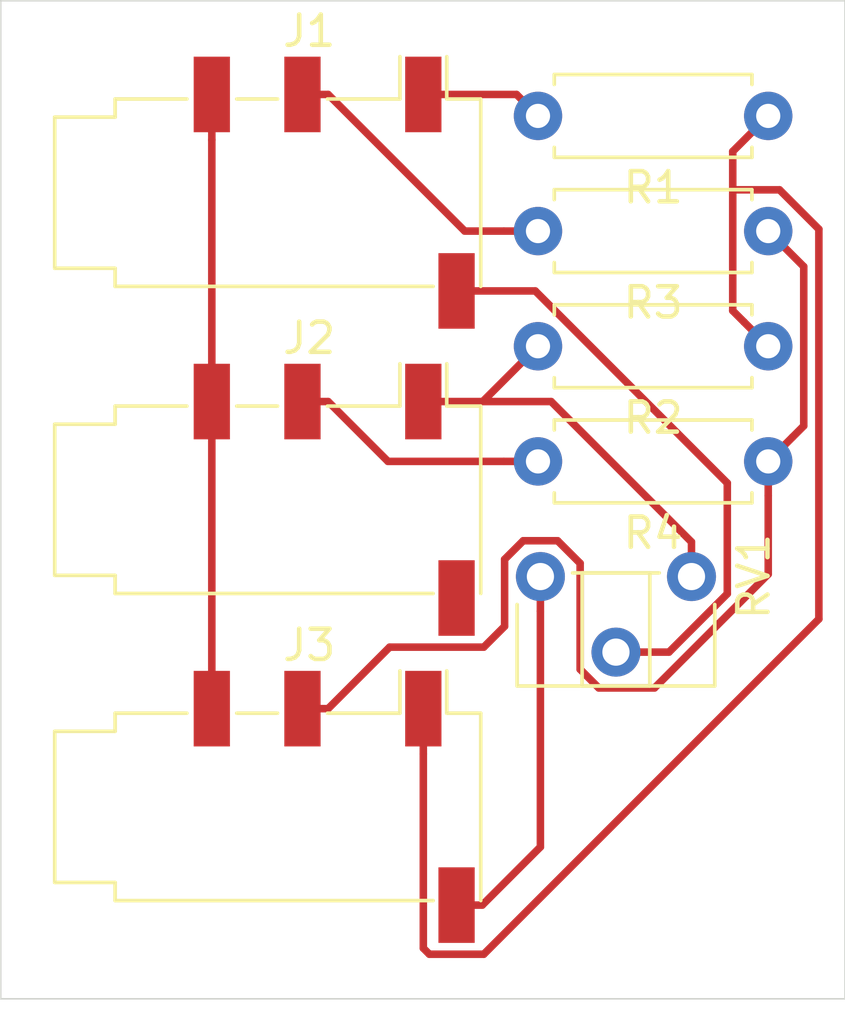
<source format=kicad_pcb>
(kicad_pcb (version 20171130) (host pcbnew 5.1.5)

  (general
    (thickness 1.6)
    (drawings 4)
    (tracks 58)
    (zones 0)
    (modules 8)
    (nets 11)
  )

  (page A4)
  (title_block
    (title AudioCombiner)
    (date 2019-12-08)
    (rev 1)
  )

  (layers
    (0 F.Cu signal)
    (31 B.Cu signal)
    (32 B.Adhes user)
    (33 F.Adhes user)
    (34 B.Paste user)
    (35 F.Paste user)
    (36 B.SilkS user)
    (37 F.SilkS user)
    (38 B.Mask user)
    (39 F.Mask user)
    (40 Dwgs.User user)
    (41 Cmts.User user)
    (42 Eco1.User user)
    (43 Eco2.User user)
    (44 Edge.Cuts user)
    (45 Margin user)
    (46 B.CrtYd user)
    (47 F.CrtYd user)
    (48 B.Fab user)
    (49 F.Fab user)
  )

  (setup
    (last_trace_width 0.25)
    (trace_clearance 0.25)
    (zone_clearance 0.508)
    (zone_45_only no)
    (trace_min 0.25)
    (via_size 0.8)
    (via_drill 0.4)
    (via_min_size 0.4)
    (via_min_drill 0.3)
    (uvia_size 0.3)
    (uvia_drill 0.1)
    (uvias_allowed no)
    (uvia_min_size 0.2)
    (uvia_min_drill 0.1)
    (edge_width 0.05)
    (segment_width 0.2)
    (pcb_text_width 0.3)
    (pcb_text_size 1.5 1.5)
    (mod_edge_width 0.12)
    (mod_text_size 1 1)
    (mod_text_width 0.15)
    (pad_size 1.524 1.524)
    (pad_drill 0.762)
    (pad_to_mask_clearance 0.051)
    (solder_mask_min_width 0.25)
    (aux_axis_origin 0 0)
    (visible_elements FFFFFF7F)
    (pcbplotparams
      (layerselection 0x010fc_ffffffff)
      (usegerberextensions false)
      (usegerberattributes false)
      (usegerberadvancedattributes false)
      (creategerberjobfile false)
      (excludeedgelayer true)
      (linewidth 0.100000)
      (plotframeref false)
      (viasonmask false)
      (mode 1)
      (useauxorigin false)
      (hpglpennumber 1)
      (hpglpenspeed 20)
      (hpglpendiameter 15.000000)
      (psnegative false)
      (psa4output false)
      (plotreference true)
      (plotvalue true)
      (plotinvisibletext false)
      (padsonsilk false)
      (subtractmaskfromsilk false)
      (outputformat 1)
      (mirror false)
      (drillshape 0)
      (scaleselection 1)
      (outputdirectory "plots/"))
  )

  (net 0 "")
  (net 1 "Net-(J1-PadR2)")
  (net 2 "Net-(J1-PadR1)")
  (net 3 "Net-(J1-PadT)")
  (net 4 "Net-(J1-PadS)")
  (net 5 "Net-(J2-PadR1)")
  (net 6 "Net-(J2-PadT)")
  (net 7 "Net-(J2-PadS)")
  (net 8 "Net-(J3-PadR1)")
  (net 9 "Net-(J3-PadT)")
  (net 10 "Net-(J3-PadS)")

  (net_class Default "This is the default net class."
    (clearance 0.25)
    (trace_width 0.25)
    (via_dia 0.8)
    (via_drill 0.4)
    (uvia_dia 0.3)
    (uvia_drill 0.1)
    (diff_pair_width 0.25)
    (diff_pair_gap 0.25)
    (add_net "Net-(J1-PadR1)")
    (add_net "Net-(J1-PadR2)")
    (add_net "Net-(J1-PadS)")
    (add_net "Net-(J1-PadT)")
    (add_net "Net-(J2-PadR1)")
    (add_net "Net-(J2-PadS)")
    (add_net "Net-(J2-PadT)")
    (add_net "Net-(J3-PadR1)")
    (add_net "Net-(J3-PadS)")
    (add_net "Net-(J3-PadT)")
  )

  (module Potentiometer_THT:Potentiometer_ACP_CA6-H2,5_Horizontal (layer F.Cu) (tedit 5A3D4994) (tstamp 5DEDC051)
    (at 35.56 31.75 270)
    (descr "Potentiometer, horizontal, ACP CA6-H2,5, http://www.acptechnologies.com/wp-content/uploads/2017/06/01-ACP-CA6.pdf")
    (tags "Potentiometer horizontal ACP CA6-H2,5")
    (path /5DEE28A5)
    (fp_text reference RV1 (at 0 -2.06 90) (layer F.SilkS)
      (effects (font (size 1 1) (thickness 0.15)))
    )
    (fp_text value Ratio (at 0 7.06 90) (layer F.Fab)
      (effects (font (size 1 1) (thickness 0.15)))
    )
    (fp_text user %R (at 1.75 2.5 90) (layer F.Fab)
      (effects (font (size 0.78 0.78) (thickness 0.15)))
    )
    (fp_line (start 3.75 -1.1) (end -1.1 -1.1) (layer F.CrtYd) (width 0.05))
    (fp_line (start 3.75 6.1) (end 3.75 -1.1) (layer F.CrtYd) (width 0.05))
    (fp_line (start -1.1 6.1) (end 3.75 6.1) (layer F.CrtYd) (width 0.05))
    (fp_line (start -1.1 -1.1) (end -1.1 6.1) (layer F.CrtYd) (width 0.05))
    (fp_line (start 3.62 1.38) (end 3.62 3.62) (layer F.SilkS) (width 0.12))
    (fp_line (start -0.121 1.38) (end -0.121 3.62) (layer F.SilkS) (width 0.12))
    (fp_line (start -0.121 3.62) (end 3.62 3.62) (layer F.SilkS) (width 0.12))
    (fp_line (start -0.121 1.38) (end 3.62 1.38) (layer F.SilkS) (width 0.12))
    (fp_line (start -0.121 1.066) (end -0.121 3.935) (layer F.SilkS) (width 0.12))
    (fp_line (start 3.62 -0.77) (end 3.62 5.77) (layer F.SilkS) (width 0.12))
    (fp_line (start 0.925 5.77) (end 3.62 5.77) (layer F.SilkS) (width 0.12))
    (fp_line (start 0.925 -0.77) (end 3.62 -0.77) (layer F.SilkS) (width 0.12))
    (fp_line (start 3.5 1.5) (end 0 1.5) (layer F.Fab) (width 0.1))
    (fp_line (start 3.5 3.5) (end 3.5 1.5) (layer F.Fab) (width 0.1))
    (fp_line (start 0 3.5) (end 3.5 3.5) (layer F.Fab) (width 0.1))
    (fp_line (start 0 1.5) (end 0 3.5) (layer F.Fab) (width 0.1))
    (fp_line (start 0 -0.65) (end 3.5 -0.65) (layer F.Fab) (width 0.1))
    (fp_line (start 0 5.65) (end 0 -0.65) (layer F.Fab) (width 0.1))
    (fp_line (start 3.5 5.65) (end 0 5.65) (layer F.Fab) (width 0.1))
    (fp_line (start 3.5 -0.65) (end 3.5 5.65) (layer F.Fab) (width 0.1))
    (pad 1 thru_hole circle (at 0 0 270) (size 1.62 1.62) (drill 0.9) (layers *.Cu *.Mask)
      (net 6 "Net-(J2-PadT)"))
    (pad 2 thru_hole circle (at 2.5 2.5 270) (size 1.62 1.62) (drill 0.9) (layers *.Cu *.Mask)
      (net 4 "Net-(J1-PadS)"))
    (pad 3 thru_hole circle (at 0 5 270) (size 1.62 1.62) (drill 0.9) (layers *.Cu *.Mask)
      (net 10 "Net-(J3-PadS)"))
    (model ${KISYS3DMOD}/Potentiometer_THT.3dshapes/Potentiometer_ACP_CA6-H2,5_Horizontal.wrl
      (at (xyz 0 0 0))
      (scale (xyz 1 1 1))
      (rotate (xyz 0 0 0))
    )
  )

  (module Resistor_THT:R_Axial_DIN0207_L6.3mm_D2.5mm_P7.62mm_Horizontal (layer F.Cu) (tedit 5AE5139B) (tstamp 5DEDC035)
    (at 38.1 27.94 180)
    (descr "Resistor, Axial_DIN0207 series, Axial, Horizontal, pin pitch=7.62mm, 0.25W = 1/4W, length*diameter=6.3*2.5mm^2, http://cdn-reichelt.de/documents/datenblatt/B400/1_4W%23YAG.pdf")
    (tags "Resistor Axial_DIN0207 series Axial Horizontal pin pitch 7.62mm 0.25W = 1/4W length 6.3mm diameter 2.5mm")
    (path /5DEE80A2)
    (fp_text reference R4 (at 3.81 -2.37) (layer F.SilkS)
      (effects (font (size 1 1) (thickness 0.15)))
    )
    (fp_text value 1k (at 3.81 2.37) (layer F.Fab)
      (effects (font (size 1 1) (thickness 0.15)))
    )
    (fp_line (start 0.66 -1.25) (end 0.66 1.25) (layer F.Fab) (width 0.1))
    (fp_line (start 0.66 1.25) (end 6.96 1.25) (layer F.Fab) (width 0.1))
    (fp_line (start 6.96 1.25) (end 6.96 -1.25) (layer F.Fab) (width 0.1))
    (fp_line (start 6.96 -1.25) (end 0.66 -1.25) (layer F.Fab) (width 0.1))
    (fp_line (start 0 0) (end 0.66 0) (layer F.Fab) (width 0.1))
    (fp_line (start 7.62 0) (end 6.96 0) (layer F.Fab) (width 0.1))
    (fp_line (start 0.54 -1.04) (end 0.54 -1.37) (layer F.SilkS) (width 0.12))
    (fp_line (start 0.54 -1.37) (end 7.08 -1.37) (layer F.SilkS) (width 0.12))
    (fp_line (start 7.08 -1.37) (end 7.08 -1.04) (layer F.SilkS) (width 0.12))
    (fp_line (start 0.54 1.04) (end 0.54 1.37) (layer F.SilkS) (width 0.12))
    (fp_line (start 0.54 1.37) (end 7.08 1.37) (layer F.SilkS) (width 0.12))
    (fp_line (start 7.08 1.37) (end 7.08 1.04) (layer F.SilkS) (width 0.12))
    (fp_line (start -1.05 -1.5) (end -1.05 1.5) (layer F.CrtYd) (width 0.05))
    (fp_line (start -1.05 1.5) (end 8.67 1.5) (layer F.CrtYd) (width 0.05))
    (fp_line (start 8.67 1.5) (end 8.67 -1.5) (layer F.CrtYd) (width 0.05))
    (fp_line (start 8.67 -1.5) (end -1.05 -1.5) (layer F.CrtYd) (width 0.05))
    (fp_text user %R (at 3.81 0) (layer F.Fab)
      (effects (font (size 1 1) (thickness 0.15)))
    )
    (pad 1 thru_hole circle (at 0 0 180) (size 1.6 1.6) (drill 0.8) (layers *.Cu *.Mask)
      (net 8 "Net-(J3-PadR1)"))
    (pad 2 thru_hole oval (at 7.62 0 180) (size 1.6 1.6) (drill 0.8) (layers *.Cu *.Mask)
      (net 5 "Net-(J2-PadR1)"))
    (model ${KISYS3DMOD}/Resistor_THT.3dshapes/R_Axial_DIN0207_L6.3mm_D2.5mm_P7.62mm_Horizontal.wrl
      (at (xyz 0 0 0))
      (scale (xyz 1 1 1))
      (rotate (xyz 0 0 0))
    )
  )

  (module Resistor_THT:R_Axial_DIN0207_L6.3mm_D2.5mm_P7.62mm_Horizontal (layer F.Cu) (tedit 5AE5139B) (tstamp 5DEDC01E)
    (at 38.1 20.32 180)
    (descr "Resistor, Axial_DIN0207 series, Axial, Horizontal, pin pitch=7.62mm, 0.25W = 1/4W, length*diameter=6.3*2.5mm^2, http://cdn-reichelt.de/documents/datenblatt/B400/1_4W%23YAG.pdf")
    (tags "Resistor Axial_DIN0207 series Axial Horizontal pin pitch 7.62mm 0.25W = 1/4W length 6.3mm diameter 2.5mm")
    (path /5DEE7F01)
    (fp_text reference R3 (at 3.81 -2.37) (layer F.SilkS)
      (effects (font (size 1 1) (thickness 0.15)))
    )
    (fp_text value 1k (at 3.81 2.37) (layer F.Fab)
      (effects (font (size 1 1) (thickness 0.15)))
    )
    (fp_line (start 0.66 -1.25) (end 0.66 1.25) (layer F.Fab) (width 0.1))
    (fp_line (start 0.66 1.25) (end 6.96 1.25) (layer F.Fab) (width 0.1))
    (fp_line (start 6.96 1.25) (end 6.96 -1.25) (layer F.Fab) (width 0.1))
    (fp_line (start 6.96 -1.25) (end 0.66 -1.25) (layer F.Fab) (width 0.1))
    (fp_line (start 0 0) (end 0.66 0) (layer F.Fab) (width 0.1))
    (fp_line (start 7.62 0) (end 6.96 0) (layer F.Fab) (width 0.1))
    (fp_line (start 0.54 -1.04) (end 0.54 -1.37) (layer F.SilkS) (width 0.12))
    (fp_line (start 0.54 -1.37) (end 7.08 -1.37) (layer F.SilkS) (width 0.12))
    (fp_line (start 7.08 -1.37) (end 7.08 -1.04) (layer F.SilkS) (width 0.12))
    (fp_line (start 0.54 1.04) (end 0.54 1.37) (layer F.SilkS) (width 0.12))
    (fp_line (start 0.54 1.37) (end 7.08 1.37) (layer F.SilkS) (width 0.12))
    (fp_line (start 7.08 1.37) (end 7.08 1.04) (layer F.SilkS) (width 0.12))
    (fp_line (start -1.05 -1.5) (end -1.05 1.5) (layer F.CrtYd) (width 0.05))
    (fp_line (start -1.05 1.5) (end 8.67 1.5) (layer F.CrtYd) (width 0.05))
    (fp_line (start 8.67 1.5) (end 8.67 -1.5) (layer F.CrtYd) (width 0.05))
    (fp_line (start 8.67 -1.5) (end -1.05 -1.5) (layer F.CrtYd) (width 0.05))
    (fp_text user %R (at 3.81 0) (layer F.Fab)
      (effects (font (size 1 1) (thickness 0.15)))
    )
    (pad 1 thru_hole circle (at 0 0 180) (size 1.6 1.6) (drill 0.8) (layers *.Cu *.Mask)
      (net 8 "Net-(J3-PadR1)"))
    (pad 2 thru_hole oval (at 7.62 0 180) (size 1.6 1.6) (drill 0.8) (layers *.Cu *.Mask)
      (net 2 "Net-(J1-PadR1)"))
    (model ${KISYS3DMOD}/Resistor_THT.3dshapes/R_Axial_DIN0207_L6.3mm_D2.5mm_P7.62mm_Horizontal.wrl
      (at (xyz 0 0 0))
      (scale (xyz 1 1 1))
      (rotate (xyz 0 0 0))
    )
  )

  (module Resistor_THT:R_Axial_DIN0207_L6.3mm_D2.5mm_P7.62mm_Horizontal (layer F.Cu) (tedit 5AE5139B) (tstamp 5DEDC007)
    (at 38.1 24.13 180)
    (descr "Resistor, Axial_DIN0207 series, Axial, Horizontal, pin pitch=7.62mm, 0.25W = 1/4W, length*diameter=6.3*2.5mm^2, http://cdn-reichelt.de/documents/datenblatt/B400/1_4W%23YAG.pdf")
    (tags "Resistor Axial_DIN0207 series Axial Horizontal pin pitch 7.62mm 0.25W = 1/4W length 6.3mm diameter 2.5mm")
    (path /5DEE7D75)
    (fp_text reference R2 (at 3.81 -2.37) (layer F.SilkS)
      (effects (font (size 1 1) (thickness 0.15)))
    )
    (fp_text value 1k (at 3.81 2.37) (layer F.Fab)
      (effects (font (size 1 1) (thickness 0.15)))
    )
    (fp_line (start 0.66 -1.25) (end 0.66 1.25) (layer F.Fab) (width 0.1))
    (fp_line (start 0.66 1.25) (end 6.96 1.25) (layer F.Fab) (width 0.1))
    (fp_line (start 6.96 1.25) (end 6.96 -1.25) (layer F.Fab) (width 0.1))
    (fp_line (start 6.96 -1.25) (end 0.66 -1.25) (layer F.Fab) (width 0.1))
    (fp_line (start 0 0) (end 0.66 0) (layer F.Fab) (width 0.1))
    (fp_line (start 7.62 0) (end 6.96 0) (layer F.Fab) (width 0.1))
    (fp_line (start 0.54 -1.04) (end 0.54 -1.37) (layer F.SilkS) (width 0.12))
    (fp_line (start 0.54 -1.37) (end 7.08 -1.37) (layer F.SilkS) (width 0.12))
    (fp_line (start 7.08 -1.37) (end 7.08 -1.04) (layer F.SilkS) (width 0.12))
    (fp_line (start 0.54 1.04) (end 0.54 1.37) (layer F.SilkS) (width 0.12))
    (fp_line (start 0.54 1.37) (end 7.08 1.37) (layer F.SilkS) (width 0.12))
    (fp_line (start 7.08 1.37) (end 7.08 1.04) (layer F.SilkS) (width 0.12))
    (fp_line (start -1.05 -1.5) (end -1.05 1.5) (layer F.CrtYd) (width 0.05))
    (fp_line (start -1.05 1.5) (end 8.67 1.5) (layer F.CrtYd) (width 0.05))
    (fp_line (start 8.67 1.5) (end 8.67 -1.5) (layer F.CrtYd) (width 0.05))
    (fp_line (start 8.67 -1.5) (end -1.05 -1.5) (layer F.CrtYd) (width 0.05))
    (fp_text user %R (at 3.81 0) (layer F.Fab)
      (effects (font (size 1 1) (thickness 0.15)))
    )
    (pad 1 thru_hole circle (at 0 0 180) (size 1.6 1.6) (drill 0.8) (layers *.Cu *.Mask)
      (net 9 "Net-(J3-PadT)"))
    (pad 2 thru_hole oval (at 7.62 0 180) (size 1.6 1.6) (drill 0.8) (layers *.Cu *.Mask)
      (net 6 "Net-(J2-PadT)"))
    (model ${KISYS3DMOD}/Resistor_THT.3dshapes/R_Axial_DIN0207_L6.3mm_D2.5mm_P7.62mm_Horizontal.wrl
      (at (xyz 0 0 0))
      (scale (xyz 1 1 1))
      (rotate (xyz 0 0 0))
    )
  )

  (module Resistor_THT:R_Axial_DIN0207_L6.3mm_D2.5mm_P7.62mm_Horizontal (layer F.Cu) (tedit 5AE5139B) (tstamp 5DEDBFF0)
    (at 38.1 16.51 180)
    (descr "Resistor, Axial_DIN0207 series, Axial, Horizontal, pin pitch=7.62mm, 0.25W = 1/4W, length*diameter=6.3*2.5mm^2, http://cdn-reichelt.de/documents/datenblatt/B400/1_4W%23YAG.pdf")
    (tags "Resistor Axial_DIN0207 series Axial Horizontal pin pitch 7.62mm 0.25W = 1/4W length 6.3mm diameter 2.5mm")
    (path /5DEE23D9)
    (fp_text reference R1 (at 3.81 -2.37) (layer F.SilkS)
      (effects (font (size 1 1) (thickness 0.15)))
    )
    (fp_text value 1k (at 3.81 2.37) (layer F.Fab)
      (effects (font (size 1 1) (thickness 0.15)))
    )
    (fp_line (start 0.66 -1.25) (end 0.66 1.25) (layer F.Fab) (width 0.1))
    (fp_line (start 0.66 1.25) (end 6.96 1.25) (layer F.Fab) (width 0.1))
    (fp_line (start 6.96 1.25) (end 6.96 -1.25) (layer F.Fab) (width 0.1))
    (fp_line (start 6.96 -1.25) (end 0.66 -1.25) (layer F.Fab) (width 0.1))
    (fp_line (start 0 0) (end 0.66 0) (layer F.Fab) (width 0.1))
    (fp_line (start 7.62 0) (end 6.96 0) (layer F.Fab) (width 0.1))
    (fp_line (start 0.54 -1.04) (end 0.54 -1.37) (layer F.SilkS) (width 0.12))
    (fp_line (start 0.54 -1.37) (end 7.08 -1.37) (layer F.SilkS) (width 0.12))
    (fp_line (start 7.08 -1.37) (end 7.08 -1.04) (layer F.SilkS) (width 0.12))
    (fp_line (start 0.54 1.04) (end 0.54 1.37) (layer F.SilkS) (width 0.12))
    (fp_line (start 0.54 1.37) (end 7.08 1.37) (layer F.SilkS) (width 0.12))
    (fp_line (start 7.08 1.37) (end 7.08 1.04) (layer F.SilkS) (width 0.12))
    (fp_line (start -1.05 -1.5) (end -1.05 1.5) (layer F.CrtYd) (width 0.05))
    (fp_line (start -1.05 1.5) (end 8.67 1.5) (layer F.CrtYd) (width 0.05))
    (fp_line (start 8.67 1.5) (end 8.67 -1.5) (layer F.CrtYd) (width 0.05))
    (fp_line (start 8.67 -1.5) (end -1.05 -1.5) (layer F.CrtYd) (width 0.05))
    (fp_text user %R (at 3.81 0 180) (layer F.Fab)
      (effects (font (size 1 1) (thickness 0.15)))
    )
    (pad 1 thru_hole circle (at 0 0 180) (size 1.6 1.6) (drill 0.8) (layers *.Cu *.Mask)
      (net 9 "Net-(J3-PadT)"))
    (pad 2 thru_hole oval (at 7.62 0 180) (size 1.6 1.6) (drill 0.8) (layers *.Cu *.Mask)
      (net 3 "Net-(J1-PadT)"))
    (model ${KISYS3DMOD}/Resistor_THT.3dshapes/R_Axial_DIN0207_L6.3mm_D2.5mm_P7.62mm_Horizontal.wrl
      (at (xyz 0 0 0))
      (scale (xyz 1 1 1))
      (rotate (xyz 0 0 0))
    )
  )

  (module Connector_Audio:Jack_3.5mm_PJ320D_Horizontal (layer F.Cu) (tedit 5C06A514) (tstamp 5DEDBFD9)
    (at 22.86 39.37)
    (descr "Headphones with microphone connector, 3.5mm, 4 pins (http://www.qingpu-electronics.com/en/products/WQP-PJ320D-72.html)")
    (tags "3.5mm jack mic microphone phones headphones 4pins audio plug")
    (path /5DEDA336)
    (attr smd)
    (fp_text reference J3 (at 0.05 -5.35) (layer F.SilkS)
      (effects (font (size 1 1) (thickness 0.15)))
    )
    (fp_text value Headphones (at -0.025 6.35) (layer F.Fab)
      (effects (font (size 1 1) (thickness 0.15)))
    )
    (fp_text user %R (at -1.195 0) (layer F.Fab)
      (effects (font (size 1 1) (thickness 0.15)))
    )
    (fp_line (start 3.05 -3.1) (end 3.05 -4.5) (layer F.SilkS) (width 0.12))
    (fp_line (start 4.6 -3.1) (end 4.6 -4.5) (layer F.SilkS) (width 0.12))
    (fp_line (start 5.575 2.9) (end -6.225 2.9) (layer F.Fab) (width 0.1))
    (fp_line (start -6.225 2.9) (end -6.225 2.3) (layer F.Fab) (width 0.1))
    (fp_line (start -6.225 2.3) (end -8.225 2.3) (layer F.Fab) (width 0.1))
    (fp_line (start -8.225 2.3) (end -8.225 -2.3) (layer F.Fab) (width 0.1))
    (fp_line (start -8.225 -2.3) (end -6.225 -2.3) (layer F.Fab) (width 0.1))
    (fp_line (start -6.225 -2.3) (end -6.225 -2.9) (layer F.Fab) (width 0.1))
    (fp_line (start -6.225 -2.9) (end 5.575 -2.9) (layer F.Fab) (width 0.1))
    (fp_line (start 5.575 -2.9) (end 5.575 2.9) (layer F.Fab) (width 0.1))
    (fp_line (start 4.15 3.1) (end -6.375 3.1) (layer F.SilkS) (width 0.12))
    (fp_line (start 4.6 -3.1) (end 5.725 -3.1) (layer F.SilkS) (width 0.12))
    (fp_line (start 0.65 -3.1) (end 3.05 -3.1) (layer F.SilkS) (width 0.12))
    (fp_line (start -2.35 -3.1) (end -1 -3.1) (layer F.SilkS) (width 0.12))
    (fp_line (start -6.375 -3.1) (end -4 -3.1) (layer F.SilkS) (width 0.12))
    (fp_line (start 6.07 5) (end 6.07 -5) (layer F.CrtYd) (width 0.05))
    (fp_line (start -8.73 5) (end -8.73 -5) (layer F.CrtYd) (width 0.05))
    (fp_line (start 5.725 3.1) (end 5.725 -3.1) (layer F.SilkS) (width 0.12))
    (fp_line (start -8.73 5) (end 6.07 5) (layer F.CrtYd) (width 0.05))
    (fp_line (start -8.73 -5) (end 6.07 -5) (layer F.CrtYd) (width 0.05))
    (fp_line (start -6.375 -3.1) (end -6.375 -2.5) (layer F.SilkS) (width 0.12))
    (fp_line (start -6.375 2.5) (end -6.375 3.1) (layer F.SilkS) (width 0.12))
    (fp_line (start -8.375 -2.5) (end -8.375 2.5) (layer F.SilkS) (width 0.12))
    (fp_line (start -6.375 -2.5) (end -8.375 -2.5) (layer F.SilkS) (width 0.12))
    (fp_line (start -6.375 2.5) (end -8.375 2.5) (layer F.SilkS) (width 0.12))
    (fp_circle (center 3.9 -2.35) (end 3.95 -2.1) (layer F.Fab) (width 0.12))
    (pad S smd rect (at 4.925 3.25) (size 1.2 2.5) (layers F.Cu F.Paste F.Mask)
      (net 10 "Net-(J3-PadS)"))
    (pad T smd rect (at 3.825 -3.25) (size 1.2 2.5) (layers F.Cu F.Paste F.Mask)
      (net 9 "Net-(J3-PadT)"))
    (pad R1 smd rect (at -0.175 -3.25) (size 1.2 2.5) (layers F.Cu F.Paste F.Mask)
      (net 8 "Net-(J3-PadR1)"))
    (pad R2 smd rect (at -3.175 -3.25) (size 1.2 2.5) (layers F.Cu F.Paste F.Mask)
      (net 1 "Net-(J1-PadR2)"))
    (pad "" np_thru_hole circle (at -4.775 0) (size 1.5 1.5) (drill 1.5) (layers *.Cu *.Mask))
    (pad "" np_thru_hole circle (at 2.225 0) (size 1.5 1.5) (drill 1.5) (layers *.Cu *.Mask))
    (model ${KISYS3DMOD}/Connector_Audio.3dshapes/Jack_3.5mm_PJ320D_Horizontal.wrl
      (at (xyz 0 0 0))
      (scale (xyz 1 1 1))
      (rotate (xyz 0 0 0))
    )
  )

  (module Connector_Audio:Jack_3.5mm_PJ320D_Horizontal (layer F.Cu) (tedit 5C06A514) (tstamp 5DEDBFB4)
    (at 22.86 29.21)
    (descr "Headphones with microphone connector, 3.5mm, 4 pins (http://www.qingpu-electronics.com/en/products/WQP-PJ320D-72.html)")
    (tags "3.5mm jack mic microphone phones headphones 4pins audio plug")
    (path /5DEE2C31)
    (attr smd)
    (fp_text reference J2 (at 0.05 -5.35) (layer F.SilkS)
      (effects (font (size 1 1) (thickness 0.15)))
    )
    (fp_text value Secondary (at -0.025 6.35) (layer F.Fab)
      (effects (font (size 1 1) (thickness 0.15)))
    )
    (fp_text user %R (at -1.195 0) (layer F.Fab)
      (effects (font (size 1 1) (thickness 0.15)))
    )
    (fp_line (start 3.05 -3.1) (end 3.05 -4.5) (layer F.SilkS) (width 0.12))
    (fp_line (start 4.6 -3.1) (end 4.6 -4.5) (layer F.SilkS) (width 0.12))
    (fp_line (start 5.575 2.9) (end -6.225 2.9) (layer F.Fab) (width 0.1))
    (fp_line (start -6.225 2.9) (end -6.225 2.3) (layer F.Fab) (width 0.1))
    (fp_line (start -6.225 2.3) (end -8.225 2.3) (layer F.Fab) (width 0.1))
    (fp_line (start -8.225 2.3) (end -8.225 -2.3) (layer F.Fab) (width 0.1))
    (fp_line (start -8.225 -2.3) (end -6.225 -2.3) (layer F.Fab) (width 0.1))
    (fp_line (start -6.225 -2.3) (end -6.225 -2.9) (layer F.Fab) (width 0.1))
    (fp_line (start -6.225 -2.9) (end 5.575 -2.9) (layer F.Fab) (width 0.1))
    (fp_line (start 5.575 -2.9) (end 5.575 2.9) (layer F.Fab) (width 0.1))
    (fp_line (start 4.15 3.1) (end -6.375 3.1) (layer F.SilkS) (width 0.12))
    (fp_line (start 4.6 -3.1) (end 5.725 -3.1) (layer F.SilkS) (width 0.12))
    (fp_line (start 0.65 -3.1) (end 3.05 -3.1) (layer F.SilkS) (width 0.12))
    (fp_line (start -2.35 -3.1) (end -1 -3.1) (layer F.SilkS) (width 0.12))
    (fp_line (start -6.375 -3.1) (end -4 -3.1) (layer F.SilkS) (width 0.12))
    (fp_line (start 6.07 5) (end 6.07 -5) (layer F.CrtYd) (width 0.05))
    (fp_line (start -8.73 5) (end -8.73 -5) (layer F.CrtYd) (width 0.05))
    (fp_line (start 5.725 3.1) (end 5.725 -3.1) (layer F.SilkS) (width 0.12))
    (fp_line (start -8.73 5) (end 6.07 5) (layer F.CrtYd) (width 0.05))
    (fp_line (start -8.73 -5) (end 6.07 -5) (layer F.CrtYd) (width 0.05))
    (fp_line (start -6.375 -3.1) (end -6.375 -2.5) (layer F.SilkS) (width 0.12))
    (fp_line (start -6.375 2.5) (end -6.375 3.1) (layer F.SilkS) (width 0.12))
    (fp_line (start -8.375 -2.5) (end -8.375 2.5) (layer F.SilkS) (width 0.12))
    (fp_line (start -6.375 -2.5) (end -8.375 -2.5) (layer F.SilkS) (width 0.12))
    (fp_line (start -6.375 2.5) (end -8.375 2.5) (layer F.SilkS) (width 0.12))
    (fp_circle (center 3.9 -2.35) (end 3.95 -2.1) (layer F.Fab) (width 0.12))
    (pad S smd rect (at 4.925 3.25) (size 1.2 2.5) (layers F.Cu F.Paste F.Mask)
      (net 7 "Net-(J2-PadS)"))
    (pad T smd rect (at 3.825 -3.25) (size 1.2 2.5) (layers F.Cu F.Paste F.Mask)
      (net 6 "Net-(J2-PadT)"))
    (pad R1 smd rect (at -0.175 -3.25) (size 1.2 2.5) (layers F.Cu F.Paste F.Mask)
      (net 5 "Net-(J2-PadR1)"))
    (pad R2 smd rect (at -3.175 -3.25) (size 1.2 2.5) (layers F.Cu F.Paste F.Mask)
      (net 1 "Net-(J1-PadR2)"))
    (pad "" np_thru_hole circle (at -4.775 0) (size 1.5 1.5) (drill 1.5) (layers *.Cu *.Mask))
    (pad "" np_thru_hole circle (at 2.225 0) (size 1.5 1.5) (drill 1.5) (layers *.Cu *.Mask))
    (model ${KISYS3DMOD}/Connector_Audio.3dshapes/Jack_3.5mm_PJ320D_Horizontal.wrl
      (at (xyz 0 0 0))
      (scale (xyz 1 1 1))
      (rotate (xyz 0 0 0))
    )
  )

  (module Connector_Audio:Jack_3.5mm_PJ320D_Horizontal (layer F.Cu) (tedit 5C06A514) (tstamp 5DEDBF8F)
    (at 22.86 19.05)
    (descr "Headphones with microphone connector, 3.5mm, 4 pins (http://www.qingpu-electronics.com/en/products/WQP-PJ320D-72.html)")
    (tags "3.5mm jack mic microphone phones headphones 4pins audio plug")
    (path /5DED96A9)
    (attr smd)
    (fp_text reference J1 (at 0.05 -5.35) (layer F.SilkS)
      (effects (font (size 1 1) (thickness 0.15)))
    )
    (fp_text value Primary (at -0.025 6.35) (layer F.Fab)
      (effects (font (size 1 1) (thickness 0.15)))
    )
    (fp_text user %R (at -1.195 0) (layer F.Fab)
      (effects (font (size 1 1) (thickness 0.15)))
    )
    (fp_line (start 3.05 -3.1) (end 3.05 -4.5) (layer F.SilkS) (width 0.12))
    (fp_line (start 4.6 -3.1) (end 4.6 -4.5) (layer F.SilkS) (width 0.12))
    (fp_line (start 5.575 2.9) (end -6.225 2.9) (layer F.Fab) (width 0.1))
    (fp_line (start -6.225 2.9) (end -6.225 2.3) (layer F.Fab) (width 0.1))
    (fp_line (start -6.225 2.3) (end -8.225 2.3) (layer F.Fab) (width 0.1))
    (fp_line (start -8.225 2.3) (end -8.225 -2.3) (layer F.Fab) (width 0.1))
    (fp_line (start -8.225 -2.3) (end -6.225 -2.3) (layer F.Fab) (width 0.1))
    (fp_line (start -6.225 -2.3) (end -6.225 -2.9) (layer F.Fab) (width 0.1))
    (fp_line (start -6.225 -2.9) (end 5.575 -2.9) (layer F.Fab) (width 0.1))
    (fp_line (start 5.575 -2.9) (end 5.575 2.9) (layer F.Fab) (width 0.1))
    (fp_line (start 4.15 3.1) (end -6.375 3.1) (layer F.SilkS) (width 0.12))
    (fp_line (start 4.6 -3.1) (end 5.725 -3.1) (layer F.SilkS) (width 0.12))
    (fp_line (start 0.65 -3.1) (end 3.05 -3.1) (layer F.SilkS) (width 0.12))
    (fp_line (start -2.35 -3.1) (end -1 -3.1) (layer F.SilkS) (width 0.12))
    (fp_line (start -6.375 -3.1) (end -4 -3.1) (layer F.SilkS) (width 0.12))
    (fp_line (start 6.07 5) (end 6.07 -5) (layer F.CrtYd) (width 0.05))
    (fp_line (start -8.73 5) (end -8.73 -5) (layer F.CrtYd) (width 0.05))
    (fp_line (start 5.725 3.1) (end 5.725 -3.1) (layer F.SilkS) (width 0.12))
    (fp_line (start -8.73 5) (end 6.07 5) (layer F.CrtYd) (width 0.05))
    (fp_line (start -8.73 -5) (end 6.07 -5) (layer F.CrtYd) (width 0.05))
    (fp_line (start -6.375 -3.1) (end -6.375 -2.5) (layer F.SilkS) (width 0.12))
    (fp_line (start -6.375 2.5) (end -6.375 3.1) (layer F.SilkS) (width 0.12))
    (fp_line (start -8.375 -2.5) (end -8.375 2.5) (layer F.SilkS) (width 0.12))
    (fp_line (start -6.375 -2.5) (end -8.375 -2.5) (layer F.SilkS) (width 0.12))
    (fp_line (start -6.375 2.5) (end -8.375 2.5) (layer F.SilkS) (width 0.12))
    (fp_circle (center 3.9 -2.35) (end 3.95 -2.1) (layer F.Fab) (width 0.12))
    (pad S smd rect (at 4.925 3.25) (size 1.2 2.5) (layers F.Cu F.Paste F.Mask)
      (net 4 "Net-(J1-PadS)"))
    (pad T smd rect (at 3.825 -3.25) (size 1.2 2.5) (layers F.Cu F.Paste F.Mask)
      (net 3 "Net-(J1-PadT)"))
    (pad R1 smd rect (at -0.175 -3.25) (size 1.2 2.5) (layers F.Cu F.Paste F.Mask)
      (net 2 "Net-(J1-PadR1)"))
    (pad R2 smd rect (at -3.175 -3.25) (size 1.2 2.5) (layers F.Cu F.Paste F.Mask)
      (net 1 "Net-(J1-PadR2)"))
    (pad "" np_thru_hole circle (at -4.775 0) (size 1.5 1.5) (drill 1.5) (layers *.Cu *.Mask))
    (pad "" np_thru_hole circle (at 2.225 0) (size 1.5 1.5) (drill 1.5) (layers *.Cu *.Mask))
    (model ${KISYS3DMOD}/Connector_Audio.3dshapes/Jack_3.5mm_PJ320D_Horizontal.wrl
      (at (xyz 0 0 0))
      (scale (xyz 1 1 1))
      (rotate (xyz 0 0 0))
    )
  )

  (gr_line (start 12.7 45.72) (end 12.7 12.7) (layer Edge.Cuts) (width 0.05) (tstamp 5DEEE7F5))
  (gr_line (start 40.64 45.72) (end 12.7 45.72) (layer Edge.Cuts) (width 0.05))
  (gr_line (start 40.64 12.7) (end 40.64 45.72) (layer Edge.Cuts) (width 0.05))
  (gr_line (start 12.7 12.7) (end 40.64 12.7) (layer Edge.Cuts) (width 0.05))

  (segment (start 19.685 17.3) (end 19.685 36.12) (width 0.25) (layer F.Cu) (net 1))
  (segment (start 19.685 15.8) (end 19.685 17.3) (width 0.25) (layer F.Cu) (net 1))
  (segment (start 28.055 20.32) (end 29.34863 20.32) (width 0.25) (layer F.Cu) (net 2))
  (segment (start 23.535 15.8) (end 28.055 20.32) (width 0.25) (layer F.Cu) (net 2))
  (segment (start 29.34863 20.32) (end 30.48 20.32) (width 0.25) (layer F.Cu) (net 2))
  (segment (start 22.685 15.8) (end 23.535 15.8) (width 0.25) (layer F.Cu) (net 2))
  (segment (start 29.77 15.8) (end 30.48 16.51) (width 0.25) (layer F.Cu) (net 3))
  (segment (start 26.685 15.8) (end 29.77 15.8) (width 0.25) (layer F.Cu) (net 3))
  (segment (start 34.205512 34.25) (end 33.06 34.25) (width 0.25) (layer F.Cu) (net 4))
  (segment (start 36.745001 32.318801) (end 34.813802 34.25) (width 0.25) (layer F.Cu) (net 4))
  (segment (start 36.745001 28.655999) (end 36.745001 32.318801) (width 0.25) (layer F.Cu) (net 4))
  (segment (start 34.813802 34.25) (end 34.205512 34.25) (width 0.25) (layer F.Cu) (net 4))
  (segment (start 30.389002 22.3) (end 36.745001 28.655999) (width 0.25) (layer F.Cu) (net 4))
  (segment (start 27.785 22.3) (end 30.389002 22.3) (width 0.25) (layer F.Cu) (net 4))
  (segment (start 25.515 27.94) (end 29.34863 27.94) (width 0.25) (layer F.Cu) (net 5))
  (segment (start 23.535 25.96) (end 25.515 27.94) (width 0.25) (layer F.Cu) (net 5))
  (segment (start 29.34863 27.94) (end 30.48 27.94) (width 0.25) (layer F.Cu) (net 5))
  (segment (start 22.685 25.96) (end 23.535 25.96) (width 0.25) (layer F.Cu) (net 5))
  (segment (start 28.65 25.96) (end 30.48 24.13) (width 0.25) (layer F.Cu) (net 6))
  (segment (start 26.685 25.96) (end 28.65 25.96) (width 0.25) (layer F.Cu) (net 6))
  (segment (start 30.915512 25.96) (end 35.56 30.604488) (width 0.25) (layer F.Cu) (net 6))
  (segment (start 35.56 30.604488) (end 35.56 31.75) (width 0.25) (layer F.Cu) (net 6))
  (segment (start 28.65 25.96) (end 30.915512 25.96) (width 0.25) (layer F.Cu) (net 6))
  (segment (start 38.899999 27.140001) (end 38.1 27.94) (width 0.25) (layer F.Cu) (net 8))
  (segment (start 39.275001 26.764999) (end 38.899999 27.140001) (width 0.25) (layer F.Cu) (net 8))
  (segment (start 39.275001 21.495001) (end 39.275001 26.764999) (width 0.25) (layer F.Cu) (net 8))
  (segment (start 38.1 20.32) (end 39.275001 21.495001) (width 0.25) (layer F.Cu) (net 8))
  (segment (start 34.335921 35.435001) (end 38.1 31.670922) (width 0.25) (layer F.Cu) (net 8))
  (segment (start 32.491199 35.435001) (end 34.335921 35.435001) (width 0.25) (layer F.Cu) (net 8))
  (segment (start 29.991199 30.564999) (end 31.128801 30.564999) (width 0.25) (layer F.Cu) (net 8))
  (segment (start 29.374999 31.181199) (end 29.991199 30.564999) (width 0.25) (layer F.Cu) (net 8))
  (segment (start 31.128801 30.564999) (end 31.874999 31.311197) (width 0.25) (layer F.Cu) (net 8))
  (segment (start 29.374999 33.395003) (end 29.374999 31.181199) (width 0.25) (layer F.Cu) (net 8))
  (segment (start 28.685001 34.085001) (end 29.374999 33.395003) (width 0.25) (layer F.Cu) (net 8))
  (segment (start 38.1 29.07137) (end 38.1 27.94) (width 0.25) (layer F.Cu) (net 8))
  (segment (start 38.1 31.670922) (end 38.1 29.07137) (width 0.25) (layer F.Cu) (net 8))
  (segment (start 25.569999 34.085001) (end 28.685001 34.085001) (width 0.25) (layer F.Cu) (net 8))
  (segment (start 31.874999 34.818801) (end 32.491199 35.435001) (width 0.25) (layer F.Cu) (net 8))
  (segment (start 23.535 36.12) (end 25.569999 34.085001) (width 0.25) (layer F.Cu) (net 8))
  (segment (start 31.874999 31.311197) (end 31.874999 34.818801) (width 0.25) (layer F.Cu) (net 8))
  (segment (start 22.685 36.12) (end 23.535 36.12) (width 0.25) (layer F.Cu) (net 8))
  (segment (start 38.1 16.51) (end 36.924999 17.685001) (width 0.25) (layer F.Cu) (net 9))
  (segment (start 37.300001 23.330001) (end 38.1 24.13) (width 0.25) (layer F.Cu) (net 9))
  (segment (start 36.924999 22.954999) (end 37.300001 23.330001) (width 0.25) (layer F.Cu) (net 9))
  (segment (start 26.685 44.045002) (end 26.685 37.62) (width 0.25) (layer F.Cu) (net 9))
  (segment (start 26.884999 44.245001) (end 26.685 44.045002) (width 0.25) (layer F.Cu) (net 9))
  (segment (start 26.685 37.62) (end 26.685 36.12) (width 0.25) (layer F.Cu) (net 9))
  (segment (start 28.685001 44.245001) (end 26.884999 44.245001) (width 0.25) (layer F.Cu) (net 9))
  (segment (start 39.775011 20.256009) (end 39.775011 33.154991) (width 0.25) (layer F.Cu) (net 9))
  (segment (start 36.924999 18.955001) (end 38.474003 18.955001) (width 0.25) (layer F.Cu) (net 9))
  (segment (start 38.474003 18.955001) (end 39.775011 20.256009) (width 0.25) (layer F.Cu) (net 9))
  (segment (start 36.924999 17.685001) (end 36.924999 18.955001) (width 0.25) (layer F.Cu) (net 9))
  (segment (start 39.775011 33.154991) (end 28.685001 44.245001) (width 0.25) (layer F.Cu) (net 9))
  (segment (start 36.924999 18.955001) (end 36.924999 22.954999) (width 0.25) (layer F.Cu) (net 9))
  (segment (start 30.56 32.895512) (end 30.56 31.75) (width 0.25) (layer F.Cu) (net 10))
  (segment (start 30.56 40.695) (end 30.56 32.895512) (width 0.25) (layer F.Cu) (net 10))
  (segment (start 28.635 42.62) (end 30.56 40.695) (width 0.25) (layer F.Cu) (net 10))
  (segment (start 27.785 42.62) (end 28.635 42.62) (width 0.25) (layer F.Cu) (net 10))

)

</source>
